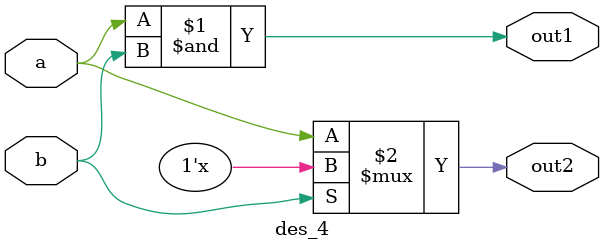
<source format=sv>
module des_1 (
  input a,
  b,
  output out1,
  out2
);

  // AND gate has 2 time unit gate delay
  and #(2) o1 (out1, a, b);
  // BUFIF0 gate has 3 time unit gate delay
  bufif0 #(3) b1 (out2, a, b);

endmodule

// This module has 2 time unit gate delay
module des_2 (
  input a,
  b,
  output out1,
  out2
);

  and #(2, 3) o1 (out1, a, b);
  bufif0 #(4, 5) b1 (out2, a, b);

endmodule

// This module has 3 time unit gate delay
module des_3 (
  input a,
  b,
  output out1,
  out2
);

  and #(2, 3) o1 (out1, a, b);
  bufif0 #(5, 6, 7) b1 (out2, a, b);

endmodule

// This module has min/typ/max time unit gate delay
module des_4 (
  input a,
  b,
  output out1,
  out2
);

  and #(2: 3: 4, 3: 4: 5) o1 (out1, a, b);
  bufif0 #(5: 6: 7, 6: 7: 8, 7: 8: 9) b1 (out2, a, b);

endmodule

</source>
